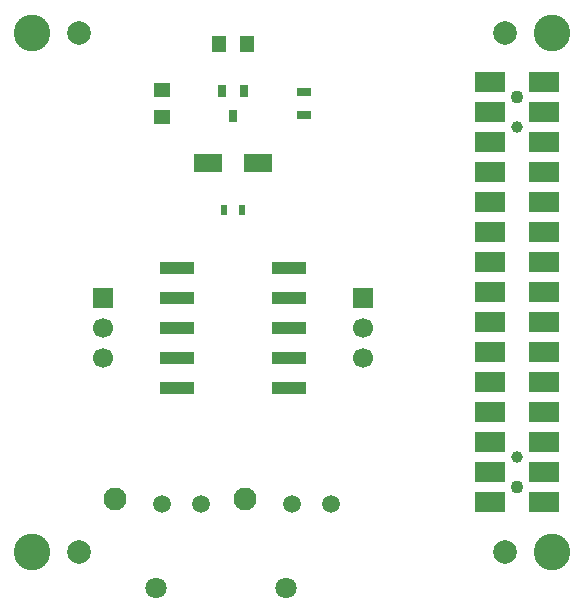
<source format=gbr>
%TF.GenerationSoftware,KiCad,Pcbnew,9.0.4-1.fc42*%
%TF.CreationDate,2025-09-12T10:21:52-07:00*%
%TF.ProjectId,adapter_relay,61646170-7465-4725-9f72-656c61792e6b,1.0*%
%TF.SameCoordinates,Original*%
%TF.FileFunction,Soldermask,Bot*%
%TF.FilePolarity,Negative*%
%FSLAX46Y46*%
G04 Gerber Fmt 4.6, Leading zero omitted, Abs format (unit mm)*
G04 Created by KiCad (PCBNEW 9.0.4-1.fc42) date 2025-09-12 10:21:52*
%MOMM*%
%LPD*%
G01*
G04 APERTURE LIST*
%ADD10C,2.000000*%
%ADD11C,3.100000*%
%ADD12C,1.100000*%
%ADD13C,1.000000*%
%ADD14R,2.350000X1.550000*%
%ADD15R,0.540000X0.940000*%
%ADD16R,1.400000X1.150000*%
%ADD17R,2.600000X1.700000*%
%ADD18R,0.650000X1.100000*%
%ADD19R,1.150000X1.400000*%
%ADD20R,2.940000X1.000000*%
%ADD21C,1.800000*%
%ADD22C,1.500000*%
%ADD23C,1.950000*%
%ADD24R,1.300000X0.700000*%
%ADD25R,1.700000X1.700000*%
%ADD26C,1.700000*%
G04 APERTURE END LIST*
D10*
%TO.C,REF\u002A\u002A*%
X107000000Y-103000000D03*
%TD*%
%TO.C,REF\u002A\u002A*%
X107000000Y-147000000D03*
%TD*%
D11*
%TO.C,REF\u002A\u002A*%
X103000000Y-147000000D03*
%TD*%
D10*
%TO.C,REF\u002A\u002A*%
X143000000Y-103000000D03*
%TD*%
%TO.C,REF\u002A\u002A*%
X143000000Y-147000000D03*
%TD*%
D12*
%TO.C,J1*%
X144050000Y-108490000D03*
D13*
X144050000Y-111030000D03*
X144050000Y-138970000D03*
D12*
X144050000Y-141510000D03*
%TD*%
D11*
%TO.C,REF\u002A\u002A*%
X147000000Y-147000000D03*
%TD*%
%TO.C,REF\u002A\u002A*%
X103000000Y-103000000D03*
%TD*%
%TO.C,REF\u002A\u002A*%
X147000000Y-103000000D03*
%TD*%
D14*
%TO.C,D1*%
X122150000Y-114000000D03*
X117850000Y-114000000D03*
%TD*%
D15*
%TO.C,C2*%
X119200000Y-118000000D03*
X120800000Y-118000000D03*
%TD*%
D16*
%TO.C,R1*%
X114000000Y-110175000D03*
X114000000Y-107825000D03*
%TD*%
D12*
%TO.C,J2*%
X144050000Y-141510000D03*
D13*
X144050000Y-138970000D03*
X144050000Y-111030000D03*
D12*
X144050000Y-108490000D03*
D17*
X146350000Y-107220000D03*
X146350000Y-109760000D03*
X146350000Y-112300000D03*
X146350000Y-114840000D03*
X146350000Y-117380000D03*
X146350000Y-119920000D03*
X146350000Y-122460000D03*
X146350000Y-125000000D03*
X146350000Y-127540000D03*
X146350000Y-130080000D03*
X146350000Y-132620000D03*
X146350000Y-135160000D03*
X146350000Y-137700000D03*
X146350000Y-140240000D03*
X146350000Y-142780000D03*
X141750000Y-107220000D03*
X141750000Y-109760000D03*
X141750000Y-112300000D03*
X141750000Y-114840000D03*
X141750000Y-117380000D03*
X141750000Y-119920000D03*
X141750000Y-122460000D03*
X141750000Y-125000000D03*
X141750000Y-127540000D03*
X141750000Y-130080000D03*
X141750000Y-132620000D03*
X141750000Y-135160000D03*
X141750000Y-137700000D03*
X141750000Y-140240000D03*
X141750000Y-142780000D03*
%TD*%
D18*
%TO.C,Q1*%
X119040000Y-107950000D03*
X120960000Y-107950000D03*
X120000000Y-110050000D03*
%TD*%
D19*
%TO.C,R2*%
X118825000Y-104000000D03*
X121175000Y-104000000D03*
%TD*%
D20*
%TO.C,K1*%
X124780000Y-122920000D03*
X124780000Y-125460000D03*
X124780000Y-128000000D03*
X124780000Y-130540000D03*
X124780000Y-133080000D03*
X115220000Y-133080000D03*
X115220000Y-130540000D03*
X115220000Y-128000000D03*
X115220000Y-125460000D03*
X115220000Y-122920000D03*
%TD*%
D21*
%TO.C,J3*%
X113500000Y-150000000D03*
D22*
X117300000Y-142900000D03*
D23*
X110000000Y-142500000D03*
D22*
X114000000Y-142900000D03*
%TD*%
D24*
%TO.C,C1*%
X126000000Y-109950000D03*
X126000000Y-108050000D03*
%TD*%
D25*
%TO.C,J6*%
X109000000Y-125460000D03*
D26*
X109000000Y-128000000D03*
X109000000Y-130540000D03*
%TD*%
D21*
%TO.C,J4*%
X124500000Y-150000000D03*
D22*
X128300000Y-142900000D03*
D23*
X121000000Y-142500000D03*
D22*
X125000000Y-142900000D03*
%TD*%
D25*
%TO.C,J5*%
X131000000Y-125460000D03*
D26*
X131000000Y-128000000D03*
X131000000Y-130540000D03*
%TD*%
M02*

</source>
